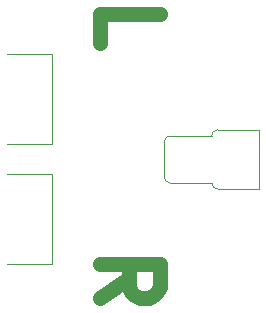
<source format=gbr>
%TF.GenerationSoftware,KiCad,Pcbnew,7.0.6*%
%TF.CreationDate,2023-10-21T15:53:08+08:00*%
%TF.ProjectId,AudioPlug2SMA_M1V1,41756469-6f50-46c7-9567-32534d415f4d,rev?*%
%TF.SameCoordinates,Original*%
%TF.FileFunction,Legend,Top*%
%TF.FilePolarity,Positive*%
%FSLAX46Y46*%
G04 Gerber Fmt 4.6, Leading zero omitted, Abs format (unit mm)*
G04 Created by KiCad (PCBNEW 7.0.6) date 2023-10-21 15:53:08*
%MOMM*%
%LPD*%
G01*
G04 APERTURE LIST*
%ADD10C,1.270000*%
%ADD11C,0.120000*%
G04 APERTURE END LIST*
D10*
X89155935Y-91742381D02*
X89155935Y-89323333D01*
X89155935Y-89323333D02*
X94235935Y-89323333D01*
X89155935Y-113332380D02*
X91574982Y-111639047D01*
X89155935Y-110429523D02*
X94235935Y-110429523D01*
X94235935Y-110429523D02*
X94235935Y-112364761D01*
X94235935Y-112364761D02*
X93994030Y-112848571D01*
X93994030Y-112848571D02*
X93752125Y-113090476D01*
X93752125Y-113090476D02*
X93268316Y-113332380D01*
X93268316Y-113332380D02*
X92542601Y-113332380D01*
X92542601Y-113332380D02*
X92058792Y-113090476D01*
X92058792Y-113090476D02*
X91816887Y-112848571D01*
X91816887Y-112848571D02*
X91574982Y-112364761D01*
X91574982Y-112364761D02*
X91574982Y-110429523D01*
D11*
%TO.C,J3*%
X102600000Y-104100000D02*
X102600000Y-99100000D01*
X102600000Y-104100000D02*
X99100000Y-104100000D01*
X102600000Y-99100000D02*
X99100000Y-99100000D01*
X98600000Y-103600000D02*
X95100000Y-103600000D01*
X98600000Y-99600000D02*
X95100000Y-99600000D01*
X94600000Y-103100000D02*
X94600000Y-100100000D01*
X98600000Y-103600000D02*
G75*
G03*
X99100000Y-104100000I500000J0D01*
G01*
X99100000Y-99100000D02*
G75*
G03*
X98600000Y-99600000I0J-500000D01*
G01*
X94600000Y-103100000D02*
G75*
G03*
X95100000Y-103600000I500000J0D01*
G01*
X95100000Y-99600000D02*
G75*
G03*
X94600000Y-100100000I0J-500000D01*
G01*
%TO.C,J2*%
X81280000Y-102870000D02*
X85090000Y-102870000D01*
X81280000Y-110490000D02*
X85090000Y-110490000D01*
X85090000Y-102870000D02*
X85090000Y-110490000D01*
%TO.C,J1*%
X81280000Y-92710000D02*
X85090000Y-92710000D01*
X81280000Y-100330000D02*
X85090000Y-100330000D01*
X85090000Y-92710000D02*
X85090000Y-100330000D01*
%TD*%
M02*

</source>
